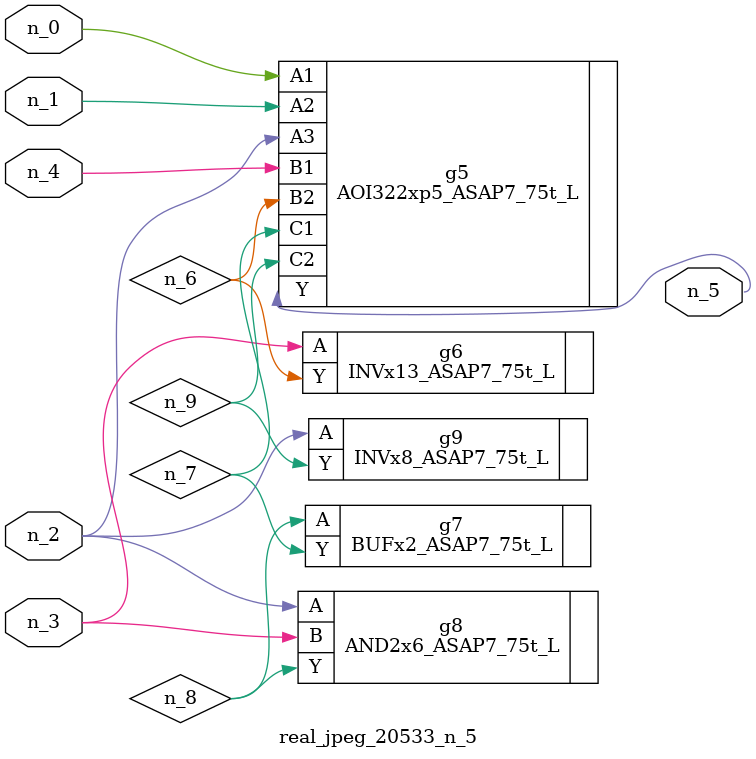
<source format=v>
module real_jpeg_20533_n_5 (n_4, n_0, n_1, n_2, n_3, n_5);

input n_4;
input n_0;
input n_1;
input n_2;
input n_3;

output n_5;

wire n_8;
wire n_6;
wire n_7;
wire n_9;

AOI322xp5_ASAP7_75t_L g5 ( 
.A1(n_0),
.A2(n_1),
.A3(n_2),
.B1(n_4),
.B2(n_6),
.C1(n_7),
.C2(n_9),
.Y(n_5)
);

AND2x6_ASAP7_75t_L g8 ( 
.A(n_2),
.B(n_3),
.Y(n_8)
);

INVx8_ASAP7_75t_L g9 ( 
.A(n_2),
.Y(n_9)
);

INVx13_ASAP7_75t_L g6 ( 
.A(n_3),
.Y(n_6)
);

BUFx2_ASAP7_75t_L g7 ( 
.A(n_8),
.Y(n_7)
);


endmodule
</source>
